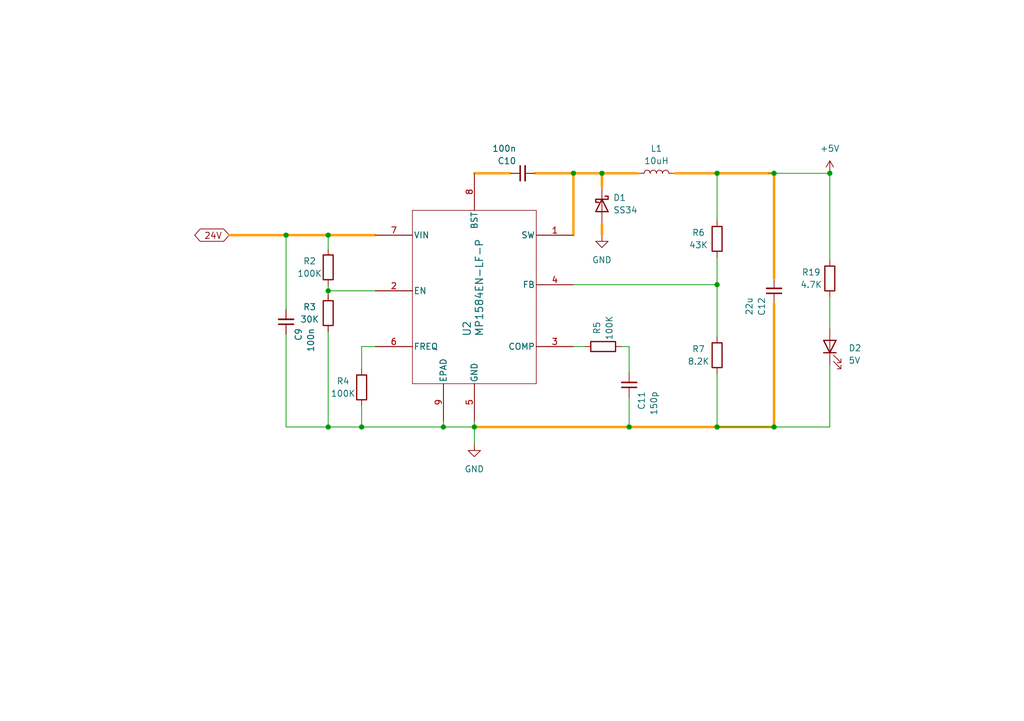
<source format=kicad_sch>
(kicad_sch (version 20231120) (generator "eeschema") (generator_version "8.0")
  (paper "A5")
  (title_block (title "BUCK CONVERTER") (date "2024-06-01"))
  (lib_symbols
    (symbol "2024-04-07_04-28-10:MP1584EN-LF-P" (pin_names (offset 0.254))
      (property "Reference" "U5" (at 18.796 -20.828 90))
      (property "Value" "MP1584EN-LF-P" (at 21.336 -20.828 90))
      (symbol "MP1584EN-LF-P_0_1"
        (polyline (pts (xy 7.62 -30.48) (xy 33.02 -30.48)) (stroke (width 0.127)))
        (polyline (pts (xy 7.62 5.08) (xy 7.62 -30.48)) (stroke (width 0.127)))
        (polyline (pts (xy 33.02 -30.48) (xy 33.02 5.08)) (stroke (width 0.127)))
        (polyline (pts (xy 33.02 5.08) (xy 7.62 5.08)) (stroke (width 0.127)))
        (pin output line (at 40.64 0 180) (length 7.62) (name "SW") (number "1"))
        (pin input line (at 0 -11.43 0) (length 7.62) (name "EN") (number "2"))
        (pin output line (at 40.64 -22.86 180) (length 7.62) (name "COMP") (number "3"))
        (pin input line (at 40.64 -10.16 180) (length 7.62) (name "FB") (number "4"))
        (pin power_in line (at 20.32 -38.1 90) (length 7.62) (name "GND") (number "5"))
        (pin input line (at 0 -22.86 0) (length 7.62) (name "FREQ") (number "6"))
        (pin power_in line (at 0 0 0) (length 7.62) (name "VIN") (number "7"))
        (pin unspecified line (at 20.32 12.7 270) (length 7.62) (name "BST") (number "8"))
        (pin power_in line (at 13.97 -38.1 90) (length 7.62) (name "EPAD") (number "9"))
      )
    )
    (symbol "Device:C_Small" (pin_numbers hide) (pin_names (offset 0.254) hide)
      (property "Reference" "C" (at 0.254 1.778 0))
      (property "Value" "C_Small" (at 0.254 -2.032 0))
      (symbol "C_Small_0_1"
        (polyline (pts (xy -1.524 -0.508) (xy 1.524 -0.508)) (stroke (width 0.3302)))
        (polyline (pts (xy -1.524 0.508) (xy 1.524 0.508)) (stroke (width 0.3048)))
      )
      (symbol "C_Small_1_1"
        (pin passive line (at 0 2.54 270) (length 2.032) (name "~") (number "1"))
        (pin passive line (at 0 -2.54 90) (length 2.032) (name "~") (number "2"))
      )
    )
    (symbol "Device:L" (pin_numbers hide) (pin_names (offset 1.016) hide)
      (property "Reference" "L" (at -1.27 0 90))
      (property "Value" "L" (at 1.905 0 90))
      (symbol "L_0_1"
        (arc (start 0 -2.54) (mid 0.6323 -1.905) (end 0 -1.27))
        (arc (start 0 -1.27) (mid 0.6323 -0.635) (end 0 0))
        (arc (start 0 0) (mid 0.6323 0.635) (end 0 1.27))
        (arc (start 0 1.27) (mid 0.6323 1.905) (end 0 2.54))
      )
      (symbol "L_1_1"
        (pin passive line (at 0 3.81 270) (length 1.27) (name "1") (number "1"))
        (pin passive line (at 0 -3.81 90) (length 1.27) (name "2") (number "2"))
      )
    )
    (symbol "Device:LED" (pin_numbers hide) (pin_names (offset 1.016) hide)
      (property "Reference" "D" (at 0 2.54 0))
      (property "Value" "LED" (at 0 -2.54 0))
      (symbol "LED_0_1"
        (polyline (pts (xy -1.27 -1.27) (xy -1.27 1.27)) (stroke (width 0.254)))
        (polyline (pts (xy -1.27 0) (xy 1.27 0)))
        (polyline (pts (xy 1.27 -1.27) (xy 1.27 1.27) (xy -1.27 0) (xy 1.27 -1.27)) (stroke (width 0.254)))
        (polyline (pts (xy -3.048 -0.762) (xy -4.572 -2.286) (xy -3.81 -2.286) (xy -4.572 -2.286) (xy -4.572 -1.524)))
        (polyline (pts (xy -1.778 -0.762) (xy -3.302 -2.286) (xy -2.54 -2.286) (xy -3.302 -2.286) (xy -3.302 -1.524)))
      )
      (symbol "LED_1_1"
        (pin passive line (at -3.81 0 0) (length 2.54) (name "K") (number "1"))
        (pin passive line (at 3.81 0 180) (length 2.54) (name "A") (number "2"))
      )
    )
    (symbol "Device:R" (pin_numbers hide) (pin_names (offset 0))
      (property "Reference" "R" (at 2.032 0 90))
      (property "Value" "R" (at 0 0 90))
      (symbol "R_0_1"
        (rectangle (start -1.016 -2.54) (end 1.016 2.54) (stroke (width 0.254)))
      )
      (symbol "R_1_1"
        (pin passive line (at 0 3.81 270) (length 1.27) (name "~") (number "1"))
        (pin passive line (at 0 -3.81 90) (length 1.27) (name "~") (number "2"))
      )
    )
    (symbol "Diode:1N5711UR" (pin_numbers hide) (pin_names (offset 1.016) hide)
      (property "Reference" "D" (at 0 2.54 0))
      (property "Value" "1N5711UR" (at 0 -2.54 0))
      (symbol "1N5711UR_0_1"
        (polyline (pts (xy 1.27 0) (xy -1.27 0)))
        (polyline (pts (xy 1.27 1.27) (xy 1.27 -1.27) (xy -1.27 0) (xy 1.27 1.27)) (stroke (width 0.254)))
        (polyline (pts (xy -1.905 0.635) (xy -1.905 1.27) (xy -1.27 1.27) (xy -1.27 -1.27) (xy -0.635 -1.27) (xy -0.635 -0.635)) (stroke (width 0.254)))
      )
      (symbol "1N5711UR_1_1"
        (pin passive line (at -3.81 0 0) (length 2.54) (name "K") (number "1"))
        (pin passive line (at 3.81 0 180) (length 2.54) (name "A") (number "2"))
      )
    )
    (symbol "power:+5V" (power) (pin_names (offset 0))
      (property "Value" "+5V" (at 0 3.556 0))
      (symbol "+5V_0_1"
        (polyline (pts (xy -0.762 1.27) (xy 0 2.54)))
        (polyline (pts (xy 0 0) (xy 0 2.54)))
        (polyline (pts (xy 0 2.54) (xy 0.762 1.27)))
      )
      (symbol "+5V_1_1"
        (pin power_in line (at 0 0 90) (length 0) hide (name "+5V") (number "1"))
      )
    )
    (symbol "power:GND" (power) (pin_names (offset 0))
      (property "Value" "GND" (at 0 -3.81 0))
      (symbol "GND_0_1"
        (polyline (pts (xy 0 0) (xy 0 -1.27) (xy 1.27 -1.27) (xy 0 -2.54) (xy -1.27 -1.27) (xy 0 -1.27)))
      )
      (symbol "GND_1_1"
        (pin power_in line (at 0 0 270) (length 0) hide (name "GND") (number "1"))
      )
    )
  )
  (junction (at 67.31 48.26))
  (junction (at 117.602 35.56))
  (junction (at 67.31 87.63))
  (junction (at 129.032 87.63))
  (junction (at 58.674 48.26))
  (junction (at 158.75 87.63))
  (junction (at 67.31 59.69))
  (junction (at 147.066 58.42))
  (junction (at 123.444 35.56))
  (junction (at 147.066 87.63))
  (junction (at 170.18 35.56))
  (junction (at 97.282 87.63))
  (junction (at 158.75 35.56))
  (junction (at 74.168 87.63))
  (junction (at 147.066 35.56))
  (junction (at 90.932 87.63))
  (wire (pts (xy 170.18 74.93) (xy 170.18 87.63)))
  (wire (pts (xy 76.962 59.69) (xy 67.31 59.69)))
  (wire (pts (xy 147.066 58.42) (xy 147.066 69.088)))
  (wire (pts (xy 117.602 35.56) (xy 117.602 48.26)) (stroke (width 0.5) (color 255 153 0 1)))
  (wire (pts (xy 67.31 87.63) (xy 74.168 87.63)))
  (wire (pts (xy 97.282 87.63) (xy 97.282 91.186)))
  (wire (pts (xy 67.31 59.69) (xy 67.31 60.452)))
  (wire (pts (xy 158.75 87.63) (xy 170.18 87.63)))
  (wire (pts (xy 127.508 71.12) (xy 129.032 71.12)))
  (wire (pts (xy 129.032 87.63) (xy 147.066 87.63)) (stroke (width 0.5) (color 255 153 0 1)))
  (wire (pts (xy 147.066 45.212) (xy 147.066 35.56)))
  (wire (pts (xy 46.99 48.26) (xy 58.674 48.26)) (stroke (width 0.5) (color 255 153 0 1)))
  (wire (pts (xy 74.168 87.63) (xy 90.932 87.63)))
  (wire (pts (xy 158.75 35.56) (xy 170.18 35.56)))
  (wire (pts (xy 109.728 35.56) (xy 117.602 35.56)) (stroke (width 0.5) (color 255 153 0 1)))
  (wire (pts (xy 123.444 35.56) (xy 130.81 35.56)) (stroke (width 0.5) (color 255 153 0 1)))
  (wire (pts (xy 147.32 87.63) (xy 158.75 87.63)))
  (wire (pts (xy 97.282 87.63) (xy 129.032 87.63)) (stroke (width 0.5) (color 255 153 0 1)))
  (wire (pts (xy 58.674 68.58) (xy 58.674 87.63)))
  (wire (pts (xy 157.48 35.56) (xy 158.75 35.56)))
  (wire (pts (xy 74.168 83.312) (xy 74.168 87.63)))
  (wire (pts (xy 170.18 35.56) (xy 170.18 53.34)))
  (wire (pts (xy 58.674 87.63) (xy 67.31 87.63)))
  (wire (pts (xy 67.31 48.26) (xy 76.962 48.26)) (stroke (width 0.5) (color 255 153 0 1)))
  (wire (pts (xy 74.168 75.692) (xy 74.168 71.12)))
  (wire (pts (xy 147.066 52.832) (xy 147.066 58.42)))
  (wire (pts (xy 117.602 58.42) (xy 147.066 58.42)))
  (wire (pts (xy 170.18 60.96) (xy 170.18 67.31)))
  (wire (pts (xy 129.032 81.534) (xy 129.032 87.63)))
  (wire (pts (xy 123.444 35.56) (xy 123.444 38.354)) (stroke (width 0.5) (color 255 153 0 1)))
  (wire (pts (xy 117.602 71.12) (xy 119.888 71.12)))
  (wire (pts (xy 90.932 87.63) (xy 97.282 87.63)))
  (wire (pts (xy 97.282 86.36) (xy 97.282 87.63)))
  (wire (pts (xy 158.75 62.23) (xy 158.75 87.63)) (stroke (width 0.5) (color 255 153 0 1)))
  (wire (pts (xy 158.75 35.56) (xy 158.75 57.15)) (stroke (width 0.5) (color 255 153 0 1)))
  (wire (pts (xy 147.066 76.708) (xy 147.066 87.63)))
  (wire (pts (xy 129.032 71.12) (xy 129.032 76.454)))
  (wire (pts (xy 74.168 71.12) (xy 76.962 71.12)))
  (wire (pts (xy 123.444 45.974) (xy 123.444 48.26)) (stroke (width 0.5) (color 255 153 0 1)))
  (wire (pts (xy 97.282 35.56) (xy 104.648 35.56)) (stroke (width 0.5) (color 255 153 0 1)))
  (wire (pts (xy 138.43 35.56) (xy 147.066 35.56)) (stroke (width 0.5) (color 255 153 0 1)))
  (wire (pts (xy 147.066 35.56) (xy 158.75 35.56)) (stroke (width 0.5) (color 255 153 0 1)))
  (wire (pts (xy 67.31 48.26) (xy 67.31 51.054)))
  (wire (pts (xy 58.674 63.5) (xy 58.674 48.26)))
  (wire (pts (xy 147.066 87.63) (xy 158.75 87.63)) (stroke (width 0.5) (color 255 153 0 1)))
  (wire (pts (xy 58.674 48.26) (xy 67.31 48.26)) (stroke (width 0.5) (color 255 153 0 1)))
  (wire (pts (xy 67.31 58.674) (xy 67.31 59.69)))
  (wire (pts (xy 90.932 86.36) (xy 90.932 87.63)))
  (wire (pts (xy 67.31 68.072) (xy 67.31 87.63)))
  (wire (pts (xy 117.602 35.56) (xy 123.444 35.56)) (stroke (width 0.5) (color 255 153 0 1)))
  (global_label "24V" (shape bidirectional) (at 46.99 48.26 180) (property "Intersheetrefs" "${INTERSHEET_REFS}" (effects (hide yes))))
  (symbol (lib_id "Diode:1N5711UR") (at 123.444 42.164 270) (unit 1)
    (property "Reference" "D1" (at 125.73 40.5765 90) (effects (justify left)))
    (property "Value" "SS34" (at 125.73 43.1165 90) (effects (justify left)))
    (property "Footprint" "Diode_SMD:D_SMA" (effects (hide yes)))
    (property "Datasheet" "https://www.microsemi.com/document-portal/doc_download/131890-lds-0040-1-datasheet" (effects (hide yes)))
  )
  (symbol (lib_id "Device:L") (at 134.62 35.56 90) (unit 1)
    (property "Reference" "L1" (at 134.62 30.48 90))
    (property "Value" "10uH" (at 134.62 33.02 90))
    (property "Footprint" "Inductor_SMD:L_7.3x7.3_H4.5" (effects (hide yes)))
    (property "LKCL" "CL08893" (effects (hide yes)))
  )
  (symbol (lib_id "Device:R") (at 147.066 49.022 0) (mirror x) (unit 1)
    (property "Reference" "R6" (at 143.256 47.752 0))
    (property "Value" "43K" (at 143.256 50.292 0))
    (property "Footprint" "Resistor_SMD:R_0603_1608Metric" (effects (hide yes)))
  )
  (symbol (lib_id "power:+5V") (at 170.18 35.56 0) (unit 1)
    (property "Reference" "#PWR029" (effects (hide yes)))
    (property "Value" "+5V" (at 170.18 30.48 0))
  )
  (symbol (lib_id "Device:C_Small") (at 58.674 66.04 0) (mirror x) (unit 1)
    (property "Reference" "C9" (at 61.214 67.31 90) (effects (justify left)))
    (property "Value" "100n" (at 63.754 67.31 90) (effects (justify left)))
    (property "Footprint" "Capacitor_SMD:C_0603_1608Metric" (effects (hide yes)))
    (property "LKCL" "CLA4098" (effects (hide yes)))
  )
  (symbol (lib_id "Device:R") (at 147.066 72.898 0) (mirror x) (unit 1)
    (property "Reference" "R7" (at 143.256 71.628 0))
    (property "Value" "8.2K" (at 143.256 74.168 0))
    (property "Footprint" "Resistor_SMD:R_0603_1608Metric" (effects (hide yes)))
  )
  (symbol (lib_id "Device:LED") (at 170.18 71.12 90) (unit 1)
    (property "Reference" "D2" (at 173.99 71.4375 90) (effects (justify right)))
    (property "Value" "5V" (at 173.99 73.9775 90) (effects (justify right)))
    (property "Footprint" "LED_SMD:LED_0603_1608Metric" (effects (hide yes)))
  )
  (symbol (lib_id "power:GND") (at 123.444 48.26 0) (unit 1)
    (property "Reference" "#PWR010" (effects (hide yes)))
    (property "Value" "GND" (at 123.444 53.34 0))
  )
  (symbol (lib_id "Device:C_Small") (at 129.032 78.994 0) (mirror x) (unit 1)
    (property "Reference" "C11" (at 131.572 80.264 90) (effects (justify left)))
    (property "Value" "150p" (at 134.112 80.264 90) (effects (justify left)))
    (property "Footprint" "Capacitor_SMD:C_0603_1608Metric" (effects (hide yes)))
  )
  (symbol (lib_id "Device:R") (at 123.698 71.12 270) (unit 1)
    (property "Reference" "R5" (at 122.428 67.31 0))
    (property "Value" "100K" (at 124.968 67.31 0))
    (property "Footprint" "Resistor_SMD:R_0603_1608Metric" (effects (hide yes)))
  )
  (symbol (lib_id "Device:R") (at 67.31 64.262 0) (mirror x) (unit 1)
    (property "Reference" "R3" (at 63.5 62.992 0))
    (property "Value" "30K" (at 63.5 65.532 0))
    (property "Footprint" "Resistor_SMD:R_0603_1608Metric" (effects (hide yes)))
  )
  (symbol (lib_id "Device:R") (at 74.168 79.502 0) (mirror x) (unit 1)
    (property "Reference" "R4" (at 70.358 78.232 0))
    (property "Value" "100K" (at 70.358 80.772 0))
    (property "Footprint" "Resistor_SMD:R_0603_1608Metric" (effects (hide yes)))
  )
  (symbol (lib_id "power:GND") (at 97.282 91.186 0) (unit 1)
    (property "Reference" "#PWR09" (effects (hide yes)))
    (property "Value" "GND" (at 97.282 96.266 0))
  )
  (symbol (lib_id "2024-04-07_04-28-10:MP1584EN-LF-P") (at 76.962 48.26 0) (unit 1)
    (property "Reference" "U2" (at 95.758 69.088 90) (effects (font (size 1.524 1.524)) (justify left)))
    (property "Value" "MP1584EN-LF-P" (at 98.298 69.088 90) (effects (font (size 1.524 1.524)) (justify left)))
    (property "Footprint" "Package_SO:SOIC-8-1EP_3.9x4.9mm_P1.27mm_EP2.514x3.2mm_ThermalVias" (effects (hide yes)))
    (property "Datasheet" "MP1584EN-LF-P" (effects (hide yes)))
  )
  (symbol (lib_id "Device:C_Small") (at 158.75 59.69 180) (unit 1)
    (property "Reference" "C12" (at 156.21 60.96 90) (effects (justify left)))
    (property "Value" "22u" (at 153.67 60.96 90) (effects (justify left)))
    (property "Footprint" "Capacitor_SMD:C_0603_1608Metric" (effects (hide yes)))
    (property "LKCL" "CLA3577" (effects (hide yes)))
  )
  (symbol (lib_id "Device:C_Small") (at 107.188 35.56 90) (unit 1)
    (property "Reference" "C10" (at 105.918 33.02 90) (effects (justify left)))
    (property "Value" "100n" (at 105.918 30.48 90) (effects (justify left)))
    (property "Footprint" "Capacitor_SMD:C_0603_1608Metric" (effects (hide yes)))
    (property "LKCL" "CLA4098" (effects (hide yes)))
  )
  (symbol (lib_id "Device:R") (at 67.31 54.864 0) (mirror x) (unit 1)
    (property "Reference" "R2" (at 63.5 53.594 0))
    (property "Value" "100K" (at 63.5 56.134 0))
    (property "Footprint" "Resistor_SMD:R_0603_1608Metric" (effects (hide yes)))
  )
  (symbol (lib_id "Device:R") (at 170.18 57.15 0) (mirror x) (unit 1)
    (property "Reference" "R19" (at 166.37 55.88 0))
    (property "Value" "4.7K" (at 166.37 58.42 0))
    (property "Footprint" "Resistor_SMD:R_0603_1608Metric" (effects (hide yes)))
  )
)
</source>
